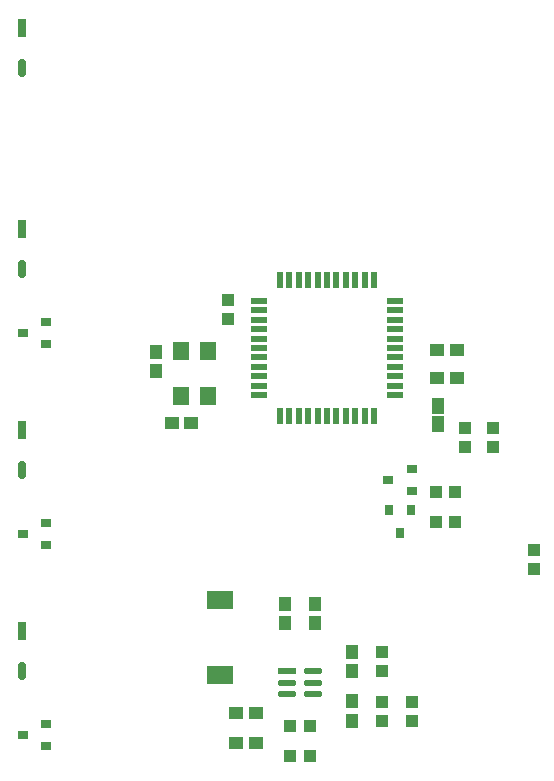
<source format=gbr>
%TF.GenerationSoftware,Altium Limited,Altium Designer,24.9.1 (31)*%
G04 Layer_Color=8421504*
%FSLAX45Y45*%
%MOMM*%
%TF.SameCoordinates,83ADD26A-4C95-4E02-96E4-27C39B5E4718*%
%TF.FilePolarity,Positive*%
%TF.FileFunction,Paste,Top*%
%TF.Part,Single*%
G01*
G75*
%TA.AperFunction,SMDPad,CuDef*%
%ADD10R,0.50800X1.47320*%
%ADD11R,1.47320X0.50800*%
%ADD12R,0.90000X0.80000*%
%ADD13R,1.15814X1.01213*%
%ADD14R,1.06213X1.13504*%
%ADD15R,1.13504X1.06213*%
%ADD16R,0.80000X0.90000*%
G04:AMPARAMS|DCode=17|XSize=1.55748mm|YSize=0.74248mm|CornerRadius=0.37124mm|HoleSize=0mm|Usage=FLASHONLY|Rotation=270.000|XOffset=0mm|YOffset=0mm|HoleType=Round|Shape=RoundedRectangle|*
%AMROUNDEDRECTD17*
21,1,1.55748,0.00000,0,0,270.0*
21,1,0.81501,0.74248,0,0,270.0*
1,1,0.74247,0.00000,-0.40750*
1,1,0.74247,0.00000,0.40750*
1,1,0.74247,0.00000,0.40750*
1,1,0.74247,0.00000,-0.40750*
%
%ADD17ROUNDEDRECTD17*%
%ADD18R,0.74248X1.55748*%
%ADD19R,1.40000X1.60000*%
%ADD20R,1.10620X1.35523*%
%ADD21R,2.20000X1.60000*%
%ADD22R,1.55439X0.57213*%
G04:AMPARAMS|DCode=23|XSize=1.55439mm|YSize=0.57213mm|CornerRadius=0.28606mm|HoleSize=0mm|Usage=FLASHONLY|Rotation=0.000|XOffset=0mm|YOffset=0mm|HoleType=Round|Shape=RoundedRectangle|*
%AMROUNDEDRECTD23*
21,1,1.55439,0.00000,0,0,0.0*
21,1,0.98226,0.57213,0,0,0.0*
1,1,0.57213,0.49113,0.00000*
1,1,0.57213,-0.49113,0.00000*
1,1,0.57213,-0.49113,0.00000*
1,1,0.57213,0.49113,0.00000*
%
%ADD23ROUNDEDRECTD23*%
%ADD24R,1.01213X1.15814*%
D10*
X13863319Y8371840D02*
D03*
X13942059D02*
D03*
X13304520D02*
D03*
X13383260D02*
D03*
X13464540D02*
D03*
X13543280D02*
D03*
X13624561D02*
D03*
X13703300D02*
D03*
X13782040D02*
D03*
X14023340D02*
D03*
X14102080D02*
D03*
Y7223760D02*
D03*
X14023340D02*
D03*
X13942059D02*
D03*
X13863319D02*
D03*
X13782040D02*
D03*
X13703300D02*
D03*
X13624561D02*
D03*
X13543280D02*
D03*
X13464540D02*
D03*
X13383260D02*
D03*
X13304520D02*
D03*
D11*
X13129260Y7399020D02*
D03*
X14277341Y8196580D02*
D03*
Y8117840D02*
D03*
Y8036560D02*
D03*
Y7957820D02*
D03*
Y7876540D02*
D03*
Y7797800D02*
D03*
Y7719060D02*
D03*
Y7637780D02*
D03*
Y7559040D02*
D03*
Y7477760D02*
D03*
Y7399020D02*
D03*
X13129260Y7477760D02*
D03*
Y7559040D02*
D03*
Y7637780D02*
D03*
Y7719060D02*
D03*
Y7797800D02*
D03*
Y7876540D02*
D03*
Y7957820D02*
D03*
Y8036560D02*
D03*
Y8117840D02*
D03*
Y8196580D02*
D03*
D12*
X11326800Y7829799D02*
D03*
Y8019801D02*
D03*
X11126800Y7924800D02*
D03*
Y4521200D02*
D03*
X11326800Y4616201D02*
D03*
Y4426199D02*
D03*
X11126800Y6223000D02*
D03*
X11326800Y6318001D02*
D03*
Y6127999D02*
D03*
X14420000Y6584999D02*
D03*
Y6775001D02*
D03*
X14220000Y6680000D02*
D03*
D13*
X14801997Y7543800D02*
D03*
X14636603D02*
D03*
X14801997Y7785100D02*
D03*
X14636603D02*
D03*
X12554097Y7162800D02*
D03*
X12388703D02*
D03*
X13100197Y4457700D02*
D03*
X12934802D02*
D03*
X13100197Y4711700D02*
D03*
X12934802D02*
D03*
D14*
X15110001Y6958461D02*
D03*
Y7121539D02*
D03*
X14870000Y6960000D02*
D03*
Y7123079D02*
D03*
X15460001Y5928461D02*
D03*
Y6091539D02*
D03*
X14173199Y4805939D02*
D03*
Y4642861D02*
D03*
Y5061961D02*
D03*
Y5225039D02*
D03*
X12865100Y8209539D02*
D03*
Y8046461D02*
D03*
X14427200Y4805939D02*
D03*
Y4642861D02*
D03*
D15*
X14625061Y6324600D02*
D03*
X14788139D02*
D03*
X14625061Y6578600D02*
D03*
X14788139D02*
D03*
X13393161Y4597400D02*
D03*
X13556239D02*
D03*
Y4343400D02*
D03*
X13393161D02*
D03*
D16*
X14320000Y6230000D02*
D03*
X14225000Y6430000D02*
D03*
X14414999D02*
D03*
D17*
X11125200Y5062362D02*
D03*
Y6764162D02*
D03*
Y8465962D02*
D03*
Y10167762D02*
D03*
D18*
Y5402438D02*
D03*
Y7104238D02*
D03*
Y8806038D02*
D03*
Y10507838D02*
D03*
D19*
X12470699Y7391898D02*
D03*
Y7771902D02*
D03*
X12700701D02*
D03*
Y7391898D02*
D03*
D20*
X14643100Y7311146D02*
D03*
Y7156054D02*
D03*
D21*
X12801601Y5666699D02*
D03*
Y5026701D02*
D03*
D22*
X13364671Y5060701D02*
D03*
D23*
Y4965700D02*
D03*
Y4870699D02*
D03*
X13584727D02*
D03*
Y4965700D02*
D03*
Y5060701D02*
D03*
D24*
X13919200Y5060803D02*
D03*
Y5226197D02*
D03*
X12255500Y7766197D02*
D03*
Y7600803D02*
D03*
X13347701Y5467203D02*
D03*
Y5632597D02*
D03*
X13601700Y5467203D02*
D03*
Y5632597D02*
D03*
X13919200Y4641703D02*
D03*
Y4807097D02*
D03*
%TF.MD5,ef5ff50d9699e54328153666f0a5f811*%
M02*

</source>
